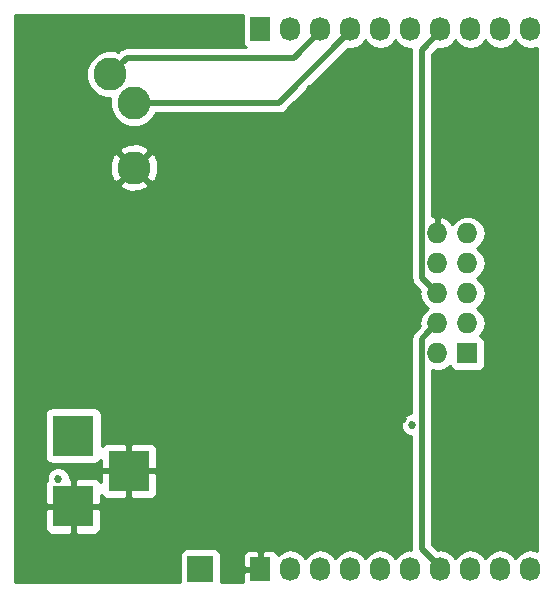
<source format=gbr>
G04 #@! TF.GenerationSoftware,KiCad,Pcbnew,5.0.0-rc2*
G04 #@! TF.CreationDate,2018-12-06T01:23:10-05:00*
G04 #@! TF.ProjectId,msp_shield,6D73705F736869656C642E6B69636164,rev?*
G04 #@! TF.SameCoordinates,Original*
G04 #@! TF.FileFunction,Copper,L2,Bot,Signal*
G04 #@! TF.FilePolarity,Positive*
%FSLAX46Y46*%
G04 Gerber Fmt 4.6, Leading zero omitted, Abs format (unit mm)*
G04 Created by KiCad (PCBNEW 5.0.0-rc2) date Thu Dec  6 01:23:10 2018*
%MOMM*%
%LPD*%
G01*
G04 APERTURE LIST*
G04 #@! TA.AperFunction,ComponentPad*
%ADD10R,2.235200X2.235200*%
G04 #@! TD*
G04 #@! TA.AperFunction,ComponentPad*
%ADD11R,3.500120X3.500120*%
G04 #@! TD*
G04 #@! TA.AperFunction,ComponentPad*
%ADD12C,2.800000*%
G04 #@! TD*
G04 #@! TA.AperFunction,ComponentPad*
%ADD13R,1.727200X2.032000*%
G04 #@! TD*
G04 #@! TA.AperFunction,ComponentPad*
%ADD14O,1.727200X2.032000*%
G04 #@! TD*
G04 #@! TA.AperFunction,ComponentPad*
%ADD15R,1.727200X1.727200*%
G04 #@! TD*
G04 #@! TA.AperFunction,ComponentPad*
%ADD16O,1.727200X1.727200*%
G04 #@! TD*
G04 #@! TA.AperFunction,ViaPad*
%ADD17C,0.685800*%
G04 #@! TD*
G04 #@! TA.AperFunction,Conductor*
%ADD18C,0.508000*%
G04 #@! TD*
G04 #@! TA.AperFunction,Conductor*
%ADD19C,0.254000*%
G04 #@! TD*
G04 APERTURE END LIST*
D10*
G04 #@! TO.P,P3,1*
G04 #@! TO.N,/P2.5*
X131426646Y-111804226D03*
G04 #@! TD*
D11*
G04 #@! TO.P,CON1,1*
G04 #@! TO.N,Net-(C1-Pad1)*
X120650000Y-100479860D03*
G04 #@! TO.P,CON1,2*
G04 #@! TO.N,GND*
X120650000Y-106479340D03*
G04 #@! TO.P,CON1,3*
X125349000Y-103479600D03*
G04 #@! TD*
D12*
G04 #@! TO.P,J1,S*
G04 #@! TO.N,/P1.1*
X123806646Y-69894226D03*
G04 #@! TO.P,J1,T*
G04 #@! TO.N,/P1.2*
X125806646Y-72294226D03*
G04 #@! TO.P,J1,R*
G04 #@! TO.N,GND*
X125806646Y-77794226D03*
G04 #@! TD*
D13*
G04 #@! TO.P,P1,1*
G04 #@! TO.N,GND*
X136506646Y-111804226D03*
D14*
G04 #@! TO.P,P1,2*
G04 #@! TO.N,/XIN*
X139046646Y-111804226D03*
G04 #@! TO.P,P1,3*
G04 #@! TO.N,/XOUT*
X141586646Y-111804226D03*
G04 #@! TO.P,P1,4*
G04 #@! TO.N,/TEST*
X144126646Y-111804226D03*
G04 #@! TO.P,P1,5*
G04 #@! TO.N,/RST*
X146666646Y-111804226D03*
G04 #@! TO.P,P1,6*
G04 #@! TO.N,/MOSI*
X149206646Y-111804226D03*
G04 #@! TO.P,P1,7*
G04 #@! TO.N,/MISO*
X151746646Y-111804226D03*
G04 #@! TO.P,P1,8*
G04 #@! TO.N,/P2.5*
X154286646Y-111804226D03*
G04 #@! TO.P,P1,9*
G04 #@! TO.N,/P2.4*
X156826646Y-111804226D03*
G04 #@! TO.P,P1,10*
G04 #@! TO.N,/P2.3*
X159366646Y-111804226D03*
G04 #@! TD*
G04 #@! TO.P,P2,10*
G04 #@! TO.N,/P2.2*
X159366646Y-66084226D03*
G04 #@! TO.P,P2,9*
G04 #@! TO.N,/P2.1*
X156826646Y-66084226D03*
G04 #@! TO.P,P2,8*
G04 #@! TO.N,/CS*
X154286646Y-66084226D03*
G04 #@! TO.P,P2,7*
G04 #@! TO.N,/P1.5*
X151746646Y-66084226D03*
G04 #@! TO.P,P2,6*
G04 #@! TO.N,/P1.4*
X149206646Y-66084226D03*
G04 #@! TO.P,P2,5*
G04 #@! TO.N,/P1.3*
X146666646Y-66084226D03*
G04 #@! TO.P,P2,4*
G04 #@! TO.N,/P1.2*
X144126646Y-66084226D03*
G04 #@! TO.P,P2,3*
G04 #@! TO.N,/P1.1*
X141586646Y-66084226D03*
G04 #@! TO.P,P2,2*
G04 #@! TO.N,/P1.0*
X139046646Y-66084226D03*
D13*
G04 #@! TO.P,P2,1*
G04 #@! TO.N,+3V3*
X136506646Y-66084226D03*
G04 #@! TD*
D15*
G04 #@! TO.P,P4,1*
G04 #@! TO.N,/CLKOUT*
X154032646Y-93516226D03*
D16*
G04 #@! TO.P,P4,2*
G04 #@! TO.N,/INT*
X151492646Y-93516226D03*
G04 #@! TO.P,P4,3*
G04 #@! TO.N,/WOL*
X154032646Y-90976226D03*
G04 #@! TO.P,P4,4*
G04 #@! TO.N,/MISO*
X151492646Y-90976226D03*
G04 #@! TO.P,P4,5*
G04 #@! TO.N,/MOSI*
X154032646Y-88436226D03*
G04 #@! TO.P,P4,6*
G04 #@! TO.N,/P1.5*
X151492646Y-88436226D03*
G04 #@! TO.P,P4,7*
G04 #@! TO.N,/CS*
X154032646Y-85896226D03*
G04 #@! TO.P,P4,8*
G04 #@! TO.N,/RST*
X151492646Y-85896226D03*
G04 #@! TO.P,P4,9*
G04 #@! TO.N,+5V*
X154032646Y-83356226D03*
G04 #@! TO.P,P4,10*
G04 #@! TO.N,GND*
X151492646Y-83356226D03*
G04 #@! TD*
D17*
G04 #@! TO.N,*
X149352000Y-99568000D03*
X119380000Y-104140000D03*
G04 #@! TO.N,GND*
X148590000Y-99060000D03*
X147828000Y-98552000D03*
X142240000Y-97536000D03*
X138684000Y-100076000D03*
X142240000Y-103632000D03*
X157480000Y-101600000D03*
X157480000Y-94996000D03*
X146304000Y-86868000D03*
X145288000Y-85344000D03*
X141732000Y-84836000D03*
X140716000Y-84328000D03*
X139192000Y-84836000D03*
X137160000Y-85344000D03*
X140716000Y-71120000D03*
X140716000Y-71120000D03*
X140716000Y-71120000D03*
X136652000Y-106172000D03*
X129540000Y-108204000D03*
X129032000Y-106680000D03*
G04 #@! TD*
D18*
G04 #@! TO.N,/MISO*
X150629047Y-91839825D02*
X151492646Y-90976226D01*
X150175045Y-92293827D02*
X150629047Y-91839825D01*
X150175045Y-110080225D02*
X150175045Y-92293827D01*
X151746646Y-111651826D02*
X150175045Y-110080225D01*
X151746646Y-111804226D02*
X151746646Y-111651826D01*
G04 #@! TO.N,/P1.5*
X150629047Y-87572627D02*
X151492646Y-88436226D01*
X150175045Y-67808227D02*
X150175045Y-87118625D01*
X151746646Y-66236626D02*
X150175045Y-67808227D01*
X150175045Y-87118625D02*
X150629047Y-87572627D01*
X151746646Y-66084226D02*
X151746646Y-66236626D01*
G04 #@! TO.N,/P1.2*
X144126646Y-66236626D02*
X144126646Y-66084226D01*
X138069046Y-72294226D02*
X144126646Y-66236626D01*
X125806646Y-72294226D02*
X138069046Y-72294226D01*
G04 #@! TO.N,/P1.1*
X139329045Y-68494227D02*
X141586646Y-66236626D01*
X141586646Y-66236626D02*
X141586646Y-66084226D01*
X125206645Y-68494227D02*
X139329045Y-68494227D01*
X123806646Y-69894226D02*
X125206645Y-68494227D01*
G04 #@! TD*
D19*
G04 #@! TO.N,GND*
G36*
X134995606Y-65068226D02*
X134995606Y-67100226D01*
X135044889Y-67347991D01*
X135185237Y-67558035D01*
X135255864Y-67605227D01*
X125294201Y-67605227D01*
X125206645Y-67587811D01*
X124859774Y-67656808D01*
X124764195Y-67720672D01*
X124565712Y-67853294D01*
X124516116Y-67927520D01*
X124475168Y-67968468D01*
X124211433Y-67859226D01*
X123401859Y-67859226D01*
X122653911Y-68169036D01*
X122081456Y-68741491D01*
X121771646Y-69489439D01*
X121771646Y-70299013D01*
X122081456Y-71046961D01*
X122653911Y-71619416D01*
X123401859Y-71929226D01*
X123771646Y-71929226D01*
X123771646Y-72699013D01*
X124081456Y-73446961D01*
X124653911Y-74019416D01*
X125401859Y-74329226D01*
X126211433Y-74329226D01*
X126959381Y-74019416D01*
X127531836Y-73446961D01*
X127641079Y-73183226D01*
X137981491Y-73183226D01*
X138069046Y-73200642D01*
X138156601Y-73183226D01*
X138156602Y-73183226D01*
X138415916Y-73131645D01*
X138709979Y-72935159D01*
X138759577Y-72860930D01*
X143900839Y-67719669D01*
X144126646Y-67764585D01*
X144711371Y-67648275D01*
X145207076Y-67317055D01*
X145396646Y-67033344D01*
X145586217Y-67317056D01*
X146081922Y-67648276D01*
X146666646Y-67764585D01*
X147251371Y-67648275D01*
X147747076Y-67317055D01*
X147936646Y-67033344D01*
X148126217Y-67317056D01*
X148621922Y-67648276D01*
X149206646Y-67764585D01*
X149280221Y-67749950D01*
X149268629Y-67808227D01*
X149286045Y-67895782D01*
X149286046Y-87031065D01*
X149268629Y-87118625D01*
X149306274Y-87307876D01*
X149337627Y-87465495D01*
X149534113Y-87759558D01*
X149608339Y-87809154D01*
X150009603Y-88210418D01*
X149964687Y-88436226D01*
X150080996Y-89020951D01*
X150412216Y-89516656D01*
X150695927Y-89706226D01*
X150412216Y-89895796D01*
X150080996Y-90391501D01*
X149964687Y-90976226D01*
X150009603Y-91202034D01*
X149608339Y-91603298D01*
X149534113Y-91652894D01*
X149484517Y-91727120D01*
X149484516Y-91727121D01*
X149337627Y-91946957D01*
X149268629Y-92293827D01*
X149286046Y-92381387D01*
X149286046Y-98590100D01*
X149157484Y-98590100D01*
X148798064Y-98738977D01*
X148522977Y-99014064D01*
X148374100Y-99373484D01*
X148374100Y-99762516D01*
X148522977Y-100121936D01*
X148798064Y-100397023D01*
X149157484Y-100545900D01*
X149286046Y-100545900D01*
X149286045Y-109992670D01*
X149268629Y-110080225D01*
X149280221Y-110138502D01*
X149206646Y-110123867D01*
X148621921Y-110240177D01*
X148126216Y-110571397D01*
X147936646Y-110855108D01*
X147747075Y-110571396D01*
X147251370Y-110240176D01*
X146666646Y-110123867D01*
X146081921Y-110240177D01*
X145586216Y-110571397D01*
X145396646Y-110855108D01*
X145207075Y-110571396D01*
X144711370Y-110240176D01*
X144126646Y-110123867D01*
X143541921Y-110240177D01*
X143046216Y-110571397D01*
X142856646Y-110855108D01*
X142667075Y-110571396D01*
X142171370Y-110240176D01*
X141586646Y-110123867D01*
X141001921Y-110240177D01*
X140506216Y-110571397D01*
X140316646Y-110855108D01*
X140127075Y-110571396D01*
X139631370Y-110240176D01*
X139046646Y-110123867D01*
X138461921Y-110240177D01*
X137967419Y-110570593D01*
X137908573Y-110428528D01*
X137729945Y-110249899D01*
X137496556Y-110153226D01*
X136792396Y-110153226D01*
X136633646Y-110311976D01*
X136633646Y-111677226D01*
X136653646Y-111677226D01*
X136653646Y-111931226D01*
X136633646Y-111931226D01*
X136633646Y-111951226D01*
X136379646Y-111951226D01*
X136379646Y-111931226D01*
X135166796Y-111931226D01*
X135008046Y-112089976D01*
X135008046Y-112903000D01*
X133191686Y-112903000D01*
X133191686Y-110686626D01*
X133186772Y-110661917D01*
X135008046Y-110661917D01*
X135008046Y-111518476D01*
X135166796Y-111677226D01*
X136379646Y-111677226D01*
X136379646Y-110311976D01*
X136220896Y-110153226D01*
X135516736Y-110153226D01*
X135283347Y-110249899D01*
X135104719Y-110428528D01*
X135008046Y-110661917D01*
X133186772Y-110661917D01*
X133142403Y-110438861D01*
X133002055Y-110228817D01*
X132792011Y-110088469D01*
X132544246Y-110039186D01*
X130309046Y-110039186D01*
X130061281Y-110088469D01*
X129851237Y-110228817D01*
X129710889Y-110438861D01*
X129661606Y-110686626D01*
X129661606Y-112903000D01*
X115697000Y-112903000D01*
X115697000Y-106765090D01*
X118264940Y-106765090D01*
X118264940Y-108355709D01*
X118361613Y-108589098D01*
X118540241Y-108767727D01*
X118773630Y-108864400D01*
X120364250Y-108864400D01*
X120523000Y-108705650D01*
X120523000Y-106606340D01*
X120777000Y-106606340D01*
X120777000Y-108705650D01*
X120935750Y-108864400D01*
X122526370Y-108864400D01*
X122759759Y-108767727D01*
X122938387Y-108589098D01*
X123035060Y-108355709D01*
X123035060Y-106765090D01*
X122876310Y-106606340D01*
X120777000Y-106606340D01*
X120523000Y-106606340D01*
X118423690Y-106606340D01*
X118264940Y-106765090D01*
X115697000Y-106765090D01*
X115697000Y-104602971D01*
X118264940Y-104602971D01*
X118264940Y-106193590D01*
X118423690Y-106352340D01*
X120523000Y-106352340D01*
X120523000Y-104253030D01*
X120777000Y-104253030D01*
X120777000Y-106352340D01*
X122876310Y-106352340D01*
X123035060Y-106193590D01*
X123035060Y-105527668D01*
X123060613Y-105589358D01*
X123239241Y-105767987D01*
X123472630Y-105864660D01*
X125063250Y-105864660D01*
X125222000Y-105705910D01*
X125222000Y-103606600D01*
X125476000Y-103606600D01*
X125476000Y-105705910D01*
X125634750Y-105864660D01*
X127225370Y-105864660D01*
X127458759Y-105767987D01*
X127637387Y-105589358D01*
X127734060Y-105355969D01*
X127734060Y-103765350D01*
X127575310Y-103606600D01*
X125476000Y-103606600D01*
X125222000Y-103606600D01*
X123122690Y-103606600D01*
X122963940Y-103765350D01*
X122963940Y-104431272D01*
X122938387Y-104369582D01*
X122759759Y-104190953D01*
X122526370Y-104094280D01*
X120935750Y-104094280D01*
X120777000Y-104253030D01*
X120523000Y-104253030D01*
X120364250Y-104094280D01*
X120357900Y-104094280D01*
X120357900Y-103945484D01*
X120209023Y-103586064D01*
X119933936Y-103310977D01*
X119574516Y-103162100D01*
X119185484Y-103162100D01*
X118826064Y-103310977D01*
X118550977Y-103586064D01*
X118402100Y-103945484D01*
X118402100Y-104329095D01*
X118361613Y-104369582D01*
X118264940Y-104602971D01*
X115697000Y-104602971D01*
X115697000Y-98729800D01*
X118252500Y-98729800D01*
X118252500Y-102229920D01*
X118301783Y-102477685D01*
X118442131Y-102687729D01*
X118652175Y-102828077D01*
X118899940Y-102877360D01*
X122400060Y-102877360D01*
X122647825Y-102828077D01*
X122857869Y-102687729D01*
X122963940Y-102528984D01*
X122963940Y-103193850D01*
X123122690Y-103352600D01*
X125222000Y-103352600D01*
X125222000Y-101253290D01*
X125476000Y-101253290D01*
X125476000Y-103352600D01*
X127575310Y-103352600D01*
X127734060Y-103193850D01*
X127734060Y-101603231D01*
X127637387Y-101369842D01*
X127458759Y-101191213D01*
X127225370Y-101094540D01*
X125634750Y-101094540D01*
X125476000Y-101253290D01*
X125222000Y-101253290D01*
X125063250Y-101094540D01*
X123472630Y-101094540D01*
X123239241Y-101191213D01*
X123060613Y-101369842D01*
X123047500Y-101401500D01*
X123047500Y-98729800D01*
X122998217Y-98482035D01*
X122857869Y-98271991D01*
X122647825Y-98131643D01*
X122400060Y-98082360D01*
X118899940Y-98082360D01*
X118652175Y-98131643D01*
X118442131Y-98271991D01*
X118301783Y-98482035D01*
X118252500Y-98729800D01*
X115697000Y-98729800D01*
X115697000Y-79235950D01*
X124544528Y-79235950D01*
X124692101Y-79544332D01*
X125446677Y-79837631D01*
X126256055Y-79819840D01*
X126921191Y-79544332D01*
X127068764Y-79235950D01*
X125806646Y-77973831D01*
X124544528Y-79235950D01*
X115697000Y-79235950D01*
X115697000Y-77434257D01*
X123763241Y-77434257D01*
X123781032Y-78243635D01*
X124056540Y-78908771D01*
X124364922Y-79056344D01*
X125627041Y-77794226D01*
X125986251Y-77794226D01*
X127248370Y-79056344D01*
X127556752Y-78908771D01*
X127850051Y-78154195D01*
X127832260Y-77344817D01*
X127556752Y-76679681D01*
X127248370Y-76532108D01*
X125986251Y-77794226D01*
X125627041Y-77794226D01*
X124364922Y-76532108D01*
X124056540Y-76679681D01*
X123763241Y-77434257D01*
X115697000Y-77434257D01*
X115697000Y-76352502D01*
X124544528Y-76352502D01*
X125806646Y-77614621D01*
X127068764Y-76352502D01*
X126921191Y-76044120D01*
X126166615Y-75750821D01*
X125357237Y-75768612D01*
X124692101Y-76044120D01*
X124544528Y-76352502D01*
X115697000Y-76352502D01*
X115697000Y-64897000D01*
X135029665Y-64897000D01*
X134995606Y-65068226D01*
X134995606Y-65068226D01*
G37*
X134995606Y-65068226D02*
X134995606Y-67100226D01*
X135044889Y-67347991D01*
X135185237Y-67558035D01*
X135255864Y-67605227D01*
X125294201Y-67605227D01*
X125206645Y-67587811D01*
X124859774Y-67656808D01*
X124764195Y-67720672D01*
X124565712Y-67853294D01*
X124516116Y-67927520D01*
X124475168Y-67968468D01*
X124211433Y-67859226D01*
X123401859Y-67859226D01*
X122653911Y-68169036D01*
X122081456Y-68741491D01*
X121771646Y-69489439D01*
X121771646Y-70299013D01*
X122081456Y-71046961D01*
X122653911Y-71619416D01*
X123401859Y-71929226D01*
X123771646Y-71929226D01*
X123771646Y-72699013D01*
X124081456Y-73446961D01*
X124653911Y-74019416D01*
X125401859Y-74329226D01*
X126211433Y-74329226D01*
X126959381Y-74019416D01*
X127531836Y-73446961D01*
X127641079Y-73183226D01*
X137981491Y-73183226D01*
X138069046Y-73200642D01*
X138156601Y-73183226D01*
X138156602Y-73183226D01*
X138415916Y-73131645D01*
X138709979Y-72935159D01*
X138759577Y-72860930D01*
X143900839Y-67719669D01*
X144126646Y-67764585D01*
X144711371Y-67648275D01*
X145207076Y-67317055D01*
X145396646Y-67033344D01*
X145586217Y-67317056D01*
X146081922Y-67648276D01*
X146666646Y-67764585D01*
X147251371Y-67648275D01*
X147747076Y-67317055D01*
X147936646Y-67033344D01*
X148126217Y-67317056D01*
X148621922Y-67648276D01*
X149206646Y-67764585D01*
X149280221Y-67749950D01*
X149268629Y-67808227D01*
X149286045Y-67895782D01*
X149286046Y-87031065D01*
X149268629Y-87118625D01*
X149306274Y-87307876D01*
X149337627Y-87465495D01*
X149534113Y-87759558D01*
X149608339Y-87809154D01*
X150009603Y-88210418D01*
X149964687Y-88436226D01*
X150080996Y-89020951D01*
X150412216Y-89516656D01*
X150695927Y-89706226D01*
X150412216Y-89895796D01*
X150080996Y-90391501D01*
X149964687Y-90976226D01*
X150009603Y-91202034D01*
X149608339Y-91603298D01*
X149534113Y-91652894D01*
X149484517Y-91727120D01*
X149484516Y-91727121D01*
X149337627Y-91946957D01*
X149268629Y-92293827D01*
X149286046Y-92381387D01*
X149286046Y-98590100D01*
X149157484Y-98590100D01*
X148798064Y-98738977D01*
X148522977Y-99014064D01*
X148374100Y-99373484D01*
X148374100Y-99762516D01*
X148522977Y-100121936D01*
X148798064Y-100397023D01*
X149157484Y-100545900D01*
X149286046Y-100545900D01*
X149286045Y-109992670D01*
X149268629Y-110080225D01*
X149280221Y-110138502D01*
X149206646Y-110123867D01*
X148621921Y-110240177D01*
X148126216Y-110571397D01*
X147936646Y-110855108D01*
X147747075Y-110571396D01*
X147251370Y-110240176D01*
X146666646Y-110123867D01*
X146081921Y-110240177D01*
X145586216Y-110571397D01*
X145396646Y-110855108D01*
X145207075Y-110571396D01*
X144711370Y-110240176D01*
X144126646Y-110123867D01*
X143541921Y-110240177D01*
X143046216Y-110571397D01*
X142856646Y-110855108D01*
X142667075Y-110571396D01*
X142171370Y-110240176D01*
X141586646Y-110123867D01*
X141001921Y-110240177D01*
X140506216Y-110571397D01*
X140316646Y-110855108D01*
X140127075Y-110571396D01*
X139631370Y-110240176D01*
X139046646Y-110123867D01*
X138461921Y-110240177D01*
X137967419Y-110570593D01*
X137908573Y-110428528D01*
X137729945Y-110249899D01*
X137496556Y-110153226D01*
X136792396Y-110153226D01*
X136633646Y-110311976D01*
X136633646Y-111677226D01*
X136653646Y-111677226D01*
X136653646Y-111931226D01*
X136633646Y-111931226D01*
X136633646Y-111951226D01*
X136379646Y-111951226D01*
X136379646Y-111931226D01*
X135166796Y-111931226D01*
X135008046Y-112089976D01*
X135008046Y-112903000D01*
X133191686Y-112903000D01*
X133191686Y-110686626D01*
X133186772Y-110661917D01*
X135008046Y-110661917D01*
X135008046Y-111518476D01*
X135166796Y-111677226D01*
X136379646Y-111677226D01*
X136379646Y-110311976D01*
X136220896Y-110153226D01*
X135516736Y-110153226D01*
X135283347Y-110249899D01*
X135104719Y-110428528D01*
X135008046Y-110661917D01*
X133186772Y-110661917D01*
X133142403Y-110438861D01*
X133002055Y-110228817D01*
X132792011Y-110088469D01*
X132544246Y-110039186D01*
X130309046Y-110039186D01*
X130061281Y-110088469D01*
X129851237Y-110228817D01*
X129710889Y-110438861D01*
X129661606Y-110686626D01*
X129661606Y-112903000D01*
X115697000Y-112903000D01*
X115697000Y-106765090D01*
X118264940Y-106765090D01*
X118264940Y-108355709D01*
X118361613Y-108589098D01*
X118540241Y-108767727D01*
X118773630Y-108864400D01*
X120364250Y-108864400D01*
X120523000Y-108705650D01*
X120523000Y-106606340D01*
X120777000Y-106606340D01*
X120777000Y-108705650D01*
X120935750Y-108864400D01*
X122526370Y-108864400D01*
X122759759Y-108767727D01*
X122938387Y-108589098D01*
X123035060Y-108355709D01*
X123035060Y-106765090D01*
X122876310Y-106606340D01*
X120777000Y-106606340D01*
X120523000Y-106606340D01*
X118423690Y-106606340D01*
X118264940Y-106765090D01*
X115697000Y-106765090D01*
X115697000Y-104602971D01*
X118264940Y-104602971D01*
X118264940Y-106193590D01*
X118423690Y-106352340D01*
X120523000Y-106352340D01*
X120523000Y-104253030D01*
X120777000Y-104253030D01*
X120777000Y-106352340D01*
X122876310Y-106352340D01*
X123035060Y-106193590D01*
X123035060Y-105527668D01*
X123060613Y-105589358D01*
X123239241Y-105767987D01*
X123472630Y-105864660D01*
X125063250Y-105864660D01*
X125222000Y-105705910D01*
X125222000Y-103606600D01*
X125476000Y-103606600D01*
X125476000Y-105705910D01*
X125634750Y-105864660D01*
X127225370Y-105864660D01*
X127458759Y-105767987D01*
X127637387Y-105589358D01*
X127734060Y-105355969D01*
X127734060Y-103765350D01*
X127575310Y-103606600D01*
X125476000Y-103606600D01*
X125222000Y-103606600D01*
X123122690Y-103606600D01*
X122963940Y-103765350D01*
X122963940Y-104431272D01*
X122938387Y-104369582D01*
X122759759Y-104190953D01*
X122526370Y-104094280D01*
X120935750Y-104094280D01*
X120777000Y-104253030D01*
X120523000Y-104253030D01*
X120364250Y-104094280D01*
X120357900Y-104094280D01*
X120357900Y-103945484D01*
X120209023Y-103586064D01*
X119933936Y-103310977D01*
X119574516Y-103162100D01*
X119185484Y-103162100D01*
X118826064Y-103310977D01*
X118550977Y-103586064D01*
X118402100Y-103945484D01*
X118402100Y-104329095D01*
X118361613Y-104369582D01*
X118264940Y-104602971D01*
X115697000Y-104602971D01*
X115697000Y-98729800D01*
X118252500Y-98729800D01*
X118252500Y-102229920D01*
X118301783Y-102477685D01*
X118442131Y-102687729D01*
X118652175Y-102828077D01*
X118899940Y-102877360D01*
X122400060Y-102877360D01*
X122647825Y-102828077D01*
X122857869Y-102687729D01*
X122963940Y-102528984D01*
X122963940Y-103193850D01*
X123122690Y-103352600D01*
X125222000Y-103352600D01*
X125222000Y-101253290D01*
X125476000Y-101253290D01*
X125476000Y-103352600D01*
X127575310Y-103352600D01*
X127734060Y-103193850D01*
X127734060Y-101603231D01*
X127637387Y-101369842D01*
X127458759Y-101191213D01*
X127225370Y-101094540D01*
X125634750Y-101094540D01*
X125476000Y-101253290D01*
X125222000Y-101253290D01*
X125063250Y-101094540D01*
X123472630Y-101094540D01*
X123239241Y-101191213D01*
X123060613Y-101369842D01*
X123047500Y-101401500D01*
X123047500Y-98729800D01*
X122998217Y-98482035D01*
X122857869Y-98271991D01*
X122647825Y-98131643D01*
X122400060Y-98082360D01*
X118899940Y-98082360D01*
X118652175Y-98131643D01*
X118442131Y-98271991D01*
X118301783Y-98482035D01*
X118252500Y-98729800D01*
X115697000Y-98729800D01*
X115697000Y-79235950D01*
X124544528Y-79235950D01*
X124692101Y-79544332D01*
X125446677Y-79837631D01*
X126256055Y-79819840D01*
X126921191Y-79544332D01*
X127068764Y-79235950D01*
X125806646Y-77973831D01*
X124544528Y-79235950D01*
X115697000Y-79235950D01*
X115697000Y-77434257D01*
X123763241Y-77434257D01*
X123781032Y-78243635D01*
X124056540Y-78908771D01*
X124364922Y-79056344D01*
X125627041Y-77794226D01*
X125986251Y-77794226D01*
X127248370Y-79056344D01*
X127556752Y-78908771D01*
X127850051Y-78154195D01*
X127832260Y-77344817D01*
X127556752Y-76679681D01*
X127248370Y-76532108D01*
X125986251Y-77794226D01*
X125627041Y-77794226D01*
X124364922Y-76532108D01*
X124056540Y-76679681D01*
X123763241Y-77434257D01*
X115697000Y-77434257D01*
X115697000Y-76352502D01*
X124544528Y-76352502D01*
X125806646Y-77614621D01*
X127068764Y-76352502D01*
X126921191Y-76044120D01*
X126166615Y-75750821D01*
X125357237Y-75768612D01*
X124692101Y-76044120D01*
X124544528Y-76352502D01*
X115697000Y-76352502D01*
X115697000Y-64897000D01*
X135029665Y-64897000D01*
X134995606Y-65068226D01*
G36*
X158286217Y-67317056D02*
X158781922Y-67648276D01*
X159366646Y-67764585D01*
X159893000Y-67659886D01*
X159893000Y-110228565D01*
X159366646Y-110123867D01*
X158781921Y-110240177D01*
X158286216Y-110571397D01*
X158096646Y-110855108D01*
X157907075Y-110571396D01*
X157411370Y-110240176D01*
X156826646Y-110123867D01*
X156241921Y-110240177D01*
X155746216Y-110571397D01*
X155556646Y-110855108D01*
X155367075Y-110571396D01*
X154871370Y-110240176D01*
X154286646Y-110123867D01*
X153701921Y-110240177D01*
X153206216Y-110571397D01*
X153016646Y-110855108D01*
X152827075Y-110571396D01*
X152331370Y-110240176D01*
X151746646Y-110123867D01*
X151520839Y-110168783D01*
X151064044Y-109711989D01*
X151064045Y-94958931D01*
X151345048Y-95014826D01*
X151640244Y-95014826D01*
X152077371Y-94927876D01*
X152565714Y-94601575D01*
X152570889Y-94627591D01*
X152711237Y-94837635D01*
X152921281Y-94977983D01*
X153169046Y-95027266D01*
X154896246Y-95027266D01*
X155144011Y-94977983D01*
X155354055Y-94837635D01*
X155494403Y-94627591D01*
X155543686Y-94379826D01*
X155543686Y-92652626D01*
X155494403Y-92404861D01*
X155354055Y-92194817D01*
X155144011Y-92054469D01*
X155117995Y-92049294D01*
X155444296Y-91560951D01*
X155560605Y-90976226D01*
X155444296Y-90391501D01*
X155113076Y-89895796D01*
X154829365Y-89706226D01*
X155113076Y-89516656D01*
X155444296Y-89020951D01*
X155560605Y-88436226D01*
X155444296Y-87851501D01*
X155113076Y-87355796D01*
X154829365Y-87166226D01*
X155113076Y-86976656D01*
X155444296Y-86480951D01*
X155560605Y-85896226D01*
X155444296Y-85311501D01*
X155113076Y-84815796D01*
X154829365Y-84626226D01*
X155113076Y-84436656D01*
X155444296Y-83940951D01*
X155560605Y-83356226D01*
X155444296Y-82771501D01*
X155113076Y-82275796D01*
X154617371Y-81944576D01*
X154180244Y-81857626D01*
X153885048Y-81857626D01*
X153447921Y-81944576D01*
X152952216Y-82275796D01*
X152759609Y-82564052D01*
X152381136Y-82149405D01*
X151851673Y-81901258D01*
X151619646Y-82021757D01*
X151619646Y-83229226D01*
X151639646Y-83229226D01*
X151639646Y-83483226D01*
X151619646Y-83483226D01*
X151619646Y-83503226D01*
X151365646Y-83503226D01*
X151365646Y-83483226D01*
X151345646Y-83483226D01*
X151345646Y-83229226D01*
X151365646Y-83229226D01*
X151365646Y-82021757D01*
X151133619Y-81901258D01*
X151064045Y-81933866D01*
X151064044Y-68176463D01*
X151520838Y-67719669D01*
X151746646Y-67764585D01*
X152331371Y-67648275D01*
X152827076Y-67317055D01*
X153016646Y-67033344D01*
X153206217Y-67317056D01*
X153701922Y-67648276D01*
X154286646Y-67764585D01*
X154871371Y-67648275D01*
X155367076Y-67317055D01*
X155556646Y-67033344D01*
X155746217Y-67317056D01*
X156241922Y-67648276D01*
X156826646Y-67764585D01*
X157411371Y-67648275D01*
X157907076Y-67317055D01*
X158096646Y-67033344D01*
X158286217Y-67317056D01*
X158286217Y-67317056D01*
G37*
X158286217Y-67317056D02*
X158781922Y-67648276D01*
X159366646Y-67764585D01*
X159893000Y-67659886D01*
X159893000Y-110228565D01*
X159366646Y-110123867D01*
X158781921Y-110240177D01*
X158286216Y-110571397D01*
X158096646Y-110855108D01*
X157907075Y-110571396D01*
X157411370Y-110240176D01*
X156826646Y-110123867D01*
X156241921Y-110240177D01*
X155746216Y-110571397D01*
X155556646Y-110855108D01*
X155367075Y-110571396D01*
X154871370Y-110240176D01*
X154286646Y-110123867D01*
X153701921Y-110240177D01*
X153206216Y-110571397D01*
X153016646Y-110855108D01*
X152827075Y-110571396D01*
X152331370Y-110240176D01*
X151746646Y-110123867D01*
X151520839Y-110168783D01*
X151064044Y-109711989D01*
X151064045Y-94958931D01*
X151345048Y-95014826D01*
X151640244Y-95014826D01*
X152077371Y-94927876D01*
X152565714Y-94601575D01*
X152570889Y-94627591D01*
X152711237Y-94837635D01*
X152921281Y-94977983D01*
X153169046Y-95027266D01*
X154896246Y-95027266D01*
X155144011Y-94977983D01*
X155354055Y-94837635D01*
X155494403Y-94627591D01*
X155543686Y-94379826D01*
X155543686Y-92652626D01*
X155494403Y-92404861D01*
X155354055Y-92194817D01*
X155144011Y-92054469D01*
X155117995Y-92049294D01*
X155444296Y-91560951D01*
X155560605Y-90976226D01*
X155444296Y-90391501D01*
X155113076Y-89895796D01*
X154829365Y-89706226D01*
X155113076Y-89516656D01*
X155444296Y-89020951D01*
X155560605Y-88436226D01*
X155444296Y-87851501D01*
X155113076Y-87355796D01*
X154829365Y-87166226D01*
X155113076Y-86976656D01*
X155444296Y-86480951D01*
X155560605Y-85896226D01*
X155444296Y-85311501D01*
X155113076Y-84815796D01*
X154829365Y-84626226D01*
X155113076Y-84436656D01*
X155444296Y-83940951D01*
X155560605Y-83356226D01*
X155444296Y-82771501D01*
X155113076Y-82275796D01*
X154617371Y-81944576D01*
X154180244Y-81857626D01*
X153885048Y-81857626D01*
X153447921Y-81944576D01*
X152952216Y-82275796D01*
X152759609Y-82564052D01*
X152381136Y-82149405D01*
X151851673Y-81901258D01*
X151619646Y-82021757D01*
X151619646Y-83229226D01*
X151639646Y-83229226D01*
X151639646Y-83483226D01*
X151619646Y-83483226D01*
X151619646Y-83503226D01*
X151365646Y-83503226D01*
X151365646Y-83483226D01*
X151345646Y-83483226D01*
X151345646Y-83229226D01*
X151365646Y-83229226D01*
X151365646Y-82021757D01*
X151133619Y-81901258D01*
X151064045Y-81933866D01*
X151064044Y-68176463D01*
X151520838Y-67719669D01*
X151746646Y-67764585D01*
X152331371Y-67648275D01*
X152827076Y-67317055D01*
X153016646Y-67033344D01*
X153206217Y-67317056D01*
X153701922Y-67648276D01*
X154286646Y-67764585D01*
X154871371Y-67648275D01*
X155367076Y-67317055D01*
X155556646Y-67033344D01*
X155746217Y-67317056D01*
X156241922Y-67648276D01*
X156826646Y-67764585D01*
X157411371Y-67648275D01*
X157907076Y-67317055D01*
X158096646Y-67033344D01*
X158286217Y-67317056D01*
G04 #@! TD*
M02*

</source>
